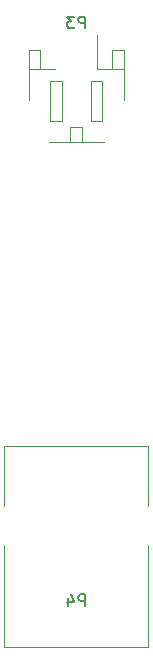
<source format=gbo>
G04 #@! TF.FileFunction,Legend,Bot*
%FSLAX46Y46*%
G04 Gerber Fmt 4.6, Leading zero omitted, Abs format (unit mm)*
G04 Created by KiCad (PCBNEW 4.0.5) date Sunday, March 19, 2017 'PMt' 07:52:30 PM*
%MOMM*%
%LPD*%
G01*
G04 APERTURE LIST*
%ADD10C,0.100000*%
%ADD11C,0.120000*%
%ADD12C,0.150000*%
%ADD13R,2.100000X2.100000*%
%ADD14O,2.100000X2.100000*%
%ADD15R,1.400000X3.900000*%
%ADD16R,1.900000X3.800000*%
%ADD17C,1.920000*%
%ADD18C,3.100000*%
%ADD19C,4.464000*%
G04 APERTURE END LIST*
D10*
D11*
X134109000Y-99621000D02*
X135384000Y-99621000D01*
X135384000Y-99621000D02*
X135384000Y-98021000D01*
X135384000Y-98021000D02*
X136384000Y-98021000D01*
X136384000Y-98021000D02*
X136384000Y-102246000D01*
X128284000Y-102246000D02*
X128284000Y-98021000D01*
X128284000Y-98021000D02*
X129284000Y-98021000D01*
X129284000Y-98021000D02*
X129284000Y-99621000D01*
X129284000Y-99621000D02*
X130559000Y-99621000D01*
X132834000Y-105821000D02*
X132834000Y-104521000D01*
X132834000Y-104521000D02*
X131834000Y-104521000D01*
X131834000Y-104521000D02*
X131834000Y-105821000D01*
X136384000Y-99621000D02*
X135384000Y-99621000D01*
X128284000Y-99621000D02*
X129284000Y-99621000D01*
X134659000Y-105821000D02*
X130009000Y-105821000D01*
X134534000Y-100646000D02*
X134534000Y-104046000D01*
X134534000Y-104046000D02*
X133534000Y-104046000D01*
X133534000Y-104046000D02*
X133534000Y-100646000D01*
X133534000Y-100646000D02*
X134534000Y-100646000D01*
X130134000Y-100646000D02*
X130134000Y-104046000D01*
X130134000Y-104046000D02*
X131134000Y-104046000D01*
X131134000Y-104046000D02*
X131134000Y-100646000D01*
X131134000Y-100646000D02*
X130134000Y-100646000D01*
X134109000Y-99621000D02*
X134109000Y-96721000D01*
X138434000Y-139954000D02*
X138434000Y-148594000D01*
X138434000Y-131574000D02*
X138434000Y-136654000D01*
X126234000Y-139954000D02*
X126234000Y-148594000D01*
X126234000Y-131574000D02*
X126234000Y-136654000D01*
X126234000Y-148594000D02*
X138434000Y-148594000D01*
X138434000Y-131574000D02*
X126234000Y-131574000D01*
D12*
X133072095Y-96173381D02*
X133072095Y-95173381D01*
X132691142Y-95173381D01*
X132595904Y-95221000D01*
X132548285Y-95268619D01*
X132500666Y-95363857D01*
X132500666Y-95506714D01*
X132548285Y-95601952D01*
X132595904Y-95649571D01*
X132691142Y-95697190D01*
X133072095Y-95697190D01*
X132167333Y-95173381D02*
X131548285Y-95173381D01*
X131881619Y-95554333D01*
X131738761Y-95554333D01*
X131643523Y-95601952D01*
X131595904Y-95649571D01*
X131548285Y-95744810D01*
X131548285Y-95982905D01*
X131595904Y-96078143D01*
X131643523Y-96125762D01*
X131738761Y-96173381D01*
X132024476Y-96173381D01*
X132119714Y-96125762D01*
X132167333Y-96078143D01*
X133072095Y-145106381D02*
X133072095Y-144106381D01*
X132691142Y-144106381D01*
X132595904Y-144154000D01*
X132548285Y-144201619D01*
X132500666Y-144296857D01*
X132500666Y-144439714D01*
X132548285Y-144534952D01*
X132595904Y-144582571D01*
X132691142Y-144630190D01*
X133072095Y-144630190D01*
X131643523Y-144439714D02*
X131643523Y-145106381D01*
X131881619Y-144058762D02*
X132119714Y-144773048D01*
X131500666Y-144773048D01*
%LPC*%
D13*
X125857000Y-128016000D03*
D14*
X125603000Y-125476000D03*
X125857000Y-122936000D03*
X125603000Y-120396000D03*
X125857000Y-117856000D03*
D13*
X138557000Y-128016000D03*
D14*
X138303000Y-125476000D03*
X138557000Y-122936000D03*
X138303000Y-120396000D03*
X138557000Y-117856000D03*
D15*
X133334000Y-98471000D03*
X131334000Y-98471000D03*
D16*
X135684000Y-104221000D03*
X128984000Y-104221000D03*
D17*
X133604000Y-133604000D03*
X131064000Y-133604000D03*
X131064000Y-135604000D03*
X133604000Y-135604000D03*
D18*
X138334000Y-138304000D03*
X126334000Y-138304000D03*
D19*
X132334000Y-88646000D03*
M02*

</source>
